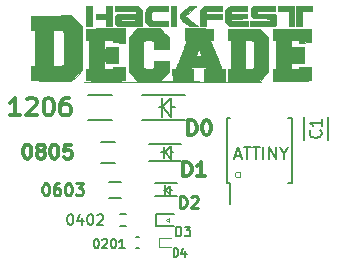
<source format=gto>
G04 #@! TF.FileFunction,Legend,Top*
%FSLAX46Y46*%
G04 Gerber Fmt 4.6, Leading zero omitted, Abs format (unit mm)*
G04 Created by KiCad (PCBNEW 4.0.7) date 09/05/18 21:08:50*
%MOMM*%
%LPD*%
G01*
G04 APERTURE LIST*
%ADD10C,0.100000*%
%ADD11C,0.150000*%
%ADD12C,0.200000*%
%ADD13C,0.250000*%
%ADD14C,0.300000*%
%ADD15C,0.010000*%
%ADD16C,0.175000*%
%ADD17C,0.312500*%
G04 APERTURE END LIST*
D10*
D11*
X202202143Y-103214714D02*
X202274715Y-103214714D01*
X202347286Y-103251000D01*
X202383572Y-103287286D01*
X202419858Y-103359857D01*
X202456143Y-103505000D01*
X202456143Y-103686429D01*
X202419858Y-103831571D01*
X202383572Y-103904143D01*
X202347286Y-103940429D01*
X202274715Y-103976714D01*
X202202143Y-103976714D01*
X202129572Y-103940429D01*
X202093286Y-103904143D01*
X202057001Y-103831571D01*
X202020715Y-103686429D01*
X202020715Y-103505000D01*
X202057001Y-103359857D01*
X202093286Y-103287286D01*
X202129572Y-103251000D01*
X202202143Y-103214714D01*
X202746429Y-103287286D02*
X202782715Y-103251000D01*
X202855286Y-103214714D01*
X203036715Y-103214714D01*
X203109286Y-103251000D01*
X203145572Y-103287286D01*
X203181857Y-103359857D01*
X203181857Y-103432429D01*
X203145572Y-103541286D01*
X202710143Y-103976714D01*
X203181857Y-103976714D01*
X203653571Y-103214714D02*
X203726143Y-103214714D01*
X203798714Y-103251000D01*
X203835000Y-103287286D01*
X203871286Y-103359857D01*
X203907571Y-103505000D01*
X203907571Y-103686429D01*
X203871286Y-103831571D01*
X203835000Y-103904143D01*
X203798714Y-103940429D01*
X203726143Y-103976714D01*
X203653571Y-103976714D01*
X203581000Y-103940429D01*
X203544714Y-103904143D01*
X203508429Y-103831571D01*
X203472143Y-103686429D01*
X203472143Y-103505000D01*
X203508429Y-103359857D01*
X203544714Y-103287286D01*
X203581000Y-103251000D01*
X203653571Y-103214714D01*
X204633285Y-103976714D02*
X204197857Y-103976714D01*
X204415571Y-103976714D02*
X204415571Y-103214714D01*
X204343000Y-103323571D01*
X204270428Y-103396143D01*
X204197857Y-103432429D01*
D12*
X199982666Y-101113167D02*
X200067333Y-101113167D01*
X200151999Y-101155500D01*
X200194333Y-101197833D01*
X200236666Y-101282500D01*
X200278999Y-101451833D01*
X200278999Y-101663500D01*
X200236666Y-101832833D01*
X200194333Y-101917500D01*
X200151999Y-101959833D01*
X200067333Y-102002167D01*
X199982666Y-102002167D01*
X199897999Y-101959833D01*
X199855666Y-101917500D01*
X199813333Y-101832833D01*
X199770999Y-101663500D01*
X199770999Y-101451833D01*
X199813333Y-101282500D01*
X199855666Y-101197833D01*
X199897999Y-101155500D01*
X199982666Y-101113167D01*
X201041000Y-101409500D02*
X201041000Y-102002167D01*
X200829333Y-101070833D02*
X200617666Y-101705833D01*
X201168000Y-101705833D01*
X201676000Y-101113167D02*
X201760667Y-101113167D01*
X201845333Y-101155500D01*
X201887667Y-101197833D01*
X201930000Y-101282500D01*
X201972333Y-101451833D01*
X201972333Y-101663500D01*
X201930000Y-101832833D01*
X201887667Y-101917500D01*
X201845333Y-101959833D01*
X201760667Y-102002167D01*
X201676000Y-102002167D01*
X201591333Y-101959833D01*
X201549000Y-101917500D01*
X201506667Y-101832833D01*
X201464333Y-101663500D01*
X201464333Y-101451833D01*
X201506667Y-101282500D01*
X201549000Y-101197833D01*
X201591333Y-101155500D01*
X201676000Y-101113167D01*
X202311000Y-101197833D02*
X202353334Y-101155500D01*
X202438000Y-101113167D01*
X202649667Y-101113167D01*
X202734334Y-101155500D01*
X202776667Y-101197833D01*
X202819000Y-101282500D01*
X202819000Y-101367167D01*
X202776667Y-101494167D01*
X202268667Y-102002167D01*
X202819000Y-102002167D01*
D13*
X197913809Y-98512381D02*
X198009048Y-98512381D01*
X198104286Y-98560000D01*
X198151905Y-98607619D01*
X198199524Y-98702857D01*
X198247143Y-98893333D01*
X198247143Y-99131429D01*
X198199524Y-99321905D01*
X198151905Y-99417143D01*
X198104286Y-99464762D01*
X198009048Y-99512381D01*
X197913809Y-99512381D01*
X197818571Y-99464762D01*
X197770952Y-99417143D01*
X197723333Y-99321905D01*
X197675714Y-99131429D01*
X197675714Y-98893333D01*
X197723333Y-98702857D01*
X197770952Y-98607619D01*
X197818571Y-98560000D01*
X197913809Y-98512381D01*
X199104286Y-98512381D02*
X198913809Y-98512381D01*
X198818571Y-98560000D01*
X198770952Y-98607619D01*
X198675714Y-98750476D01*
X198628095Y-98940952D01*
X198628095Y-99321905D01*
X198675714Y-99417143D01*
X198723333Y-99464762D01*
X198818571Y-99512381D01*
X199009048Y-99512381D01*
X199104286Y-99464762D01*
X199151905Y-99417143D01*
X199199524Y-99321905D01*
X199199524Y-99083810D01*
X199151905Y-98988571D01*
X199104286Y-98940952D01*
X199009048Y-98893333D01*
X198818571Y-98893333D01*
X198723333Y-98940952D01*
X198675714Y-98988571D01*
X198628095Y-99083810D01*
X199818571Y-98512381D02*
X199913810Y-98512381D01*
X200009048Y-98560000D01*
X200056667Y-98607619D01*
X200104286Y-98702857D01*
X200151905Y-98893333D01*
X200151905Y-99131429D01*
X200104286Y-99321905D01*
X200056667Y-99417143D01*
X200009048Y-99464762D01*
X199913810Y-99512381D01*
X199818571Y-99512381D01*
X199723333Y-99464762D01*
X199675714Y-99417143D01*
X199628095Y-99321905D01*
X199580476Y-99131429D01*
X199580476Y-98893333D01*
X199628095Y-98702857D01*
X199675714Y-98607619D01*
X199723333Y-98560000D01*
X199818571Y-98512381D01*
X200485238Y-98512381D02*
X201104286Y-98512381D01*
X200770952Y-98893333D01*
X200913810Y-98893333D01*
X201009048Y-98940952D01*
X201056667Y-98988571D01*
X201104286Y-99083810D01*
X201104286Y-99321905D01*
X201056667Y-99417143D01*
X201009048Y-99464762D01*
X200913810Y-99512381D01*
X200628095Y-99512381D01*
X200532857Y-99464762D01*
X200485238Y-99417143D01*
D14*
X196348572Y-95227857D02*
X196462857Y-95227857D01*
X196577143Y-95285000D01*
X196634286Y-95342143D01*
X196691429Y-95456429D01*
X196748572Y-95685000D01*
X196748572Y-95970714D01*
X196691429Y-96199286D01*
X196634286Y-96313571D01*
X196577143Y-96370714D01*
X196462857Y-96427857D01*
X196348572Y-96427857D01*
X196234286Y-96370714D01*
X196177143Y-96313571D01*
X196120000Y-96199286D01*
X196062857Y-95970714D01*
X196062857Y-95685000D01*
X196120000Y-95456429D01*
X196177143Y-95342143D01*
X196234286Y-95285000D01*
X196348572Y-95227857D01*
X197434286Y-95742143D02*
X197320000Y-95685000D01*
X197262857Y-95627857D01*
X197205714Y-95513571D01*
X197205714Y-95456429D01*
X197262857Y-95342143D01*
X197320000Y-95285000D01*
X197434286Y-95227857D01*
X197662857Y-95227857D01*
X197777143Y-95285000D01*
X197834286Y-95342143D01*
X197891429Y-95456429D01*
X197891429Y-95513571D01*
X197834286Y-95627857D01*
X197777143Y-95685000D01*
X197662857Y-95742143D01*
X197434286Y-95742143D01*
X197320000Y-95799286D01*
X197262857Y-95856429D01*
X197205714Y-95970714D01*
X197205714Y-96199286D01*
X197262857Y-96313571D01*
X197320000Y-96370714D01*
X197434286Y-96427857D01*
X197662857Y-96427857D01*
X197777143Y-96370714D01*
X197834286Y-96313571D01*
X197891429Y-96199286D01*
X197891429Y-95970714D01*
X197834286Y-95856429D01*
X197777143Y-95799286D01*
X197662857Y-95742143D01*
X198634286Y-95227857D02*
X198748571Y-95227857D01*
X198862857Y-95285000D01*
X198920000Y-95342143D01*
X198977143Y-95456429D01*
X199034286Y-95685000D01*
X199034286Y-95970714D01*
X198977143Y-96199286D01*
X198920000Y-96313571D01*
X198862857Y-96370714D01*
X198748571Y-96427857D01*
X198634286Y-96427857D01*
X198520000Y-96370714D01*
X198462857Y-96313571D01*
X198405714Y-96199286D01*
X198348571Y-95970714D01*
X198348571Y-95685000D01*
X198405714Y-95456429D01*
X198462857Y-95342143D01*
X198520000Y-95285000D01*
X198634286Y-95227857D01*
X200120000Y-95227857D02*
X199548571Y-95227857D01*
X199491428Y-95799286D01*
X199548571Y-95742143D01*
X199662857Y-95685000D01*
X199948571Y-95685000D01*
X200062857Y-95742143D01*
X200120000Y-95799286D01*
X200177143Y-95913571D01*
X200177143Y-96199286D01*
X200120000Y-96313571D01*
X200062857Y-96370714D01*
X199948571Y-96427857D01*
X199662857Y-96427857D01*
X199548571Y-96370714D01*
X199491428Y-96313571D01*
X195770715Y-92753571D02*
X194913572Y-92753571D01*
X195342144Y-92753571D02*
X195342144Y-91253571D01*
X195199287Y-91467857D01*
X195056429Y-91610714D01*
X194913572Y-91682143D01*
X196342143Y-91396429D02*
X196413572Y-91325000D01*
X196556429Y-91253571D01*
X196913572Y-91253571D01*
X197056429Y-91325000D01*
X197127858Y-91396429D01*
X197199286Y-91539286D01*
X197199286Y-91682143D01*
X197127858Y-91896429D01*
X196270715Y-92753571D01*
X197199286Y-92753571D01*
X198127857Y-91253571D02*
X198270714Y-91253571D01*
X198413571Y-91325000D01*
X198485000Y-91396429D01*
X198556429Y-91539286D01*
X198627857Y-91825000D01*
X198627857Y-92182143D01*
X198556429Y-92467857D01*
X198485000Y-92610714D01*
X198413571Y-92682143D01*
X198270714Y-92753571D01*
X198127857Y-92753571D01*
X197985000Y-92682143D01*
X197913571Y-92610714D01*
X197842143Y-92467857D01*
X197770714Y-92182143D01*
X197770714Y-91825000D01*
X197842143Y-91539286D01*
X197913571Y-91396429D01*
X197985000Y-91325000D01*
X198127857Y-91253571D01*
X199913571Y-91253571D02*
X199627857Y-91253571D01*
X199485000Y-91325000D01*
X199413571Y-91396429D01*
X199270714Y-91610714D01*
X199199285Y-91896429D01*
X199199285Y-92467857D01*
X199270714Y-92610714D01*
X199342142Y-92682143D01*
X199485000Y-92753571D01*
X199770714Y-92753571D01*
X199913571Y-92682143D01*
X199985000Y-92610714D01*
X200056428Y-92467857D01*
X200056428Y-92110714D01*
X199985000Y-91967857D01*
X199913571Y-91896429D01*
X199770714Y-91825000D01*
X199485000Y-91825000D01*
X199342142Y-91896429D01*
X199270714Y-91967857D01*
X199199285Y-92110714D01*
D10*
X208580000Y-103905000D02*
X207580000Y-103905000D01*
X207580000Y-103905000D02*
X207580000Y-103105000D01*
X207580000Y-103105000D02*
X208580000Y-103105000D01*
D11*
X208780000Y-102100000D02*
X207280000Y-102100000D01*
X207280000Y-102100000D02*
X207280000Y-101100000D01*
X207280000Y-101100000D02*
X208780000Y-101100000D01*
D10*
X208380000Y-101750000D02*
X208380000Y-101450000D01*
X208180000Y-101600000D02*
X208380000Y-101750000D01*
X208180000Y-101600000D02*
X208380000Y-101450000D01*
D11*
X207780000Y-92775000D02*
X207780000Y-92875000D01*
X207780000Y-91375000D02*
X207780000Y-91275000D01*
X208580000Y-92075000D02*
X208880000Y-92075000D01*
X208580000Y-92875000D02*
X208580000Y-91375000D01*
X208580000Y-91375000D02*
X208580000Y-91275000D01*
X208480000Y-92775000D02*
X208580000Y-92875000D01*
X208480000Y-91375000D02*
X208580000Y-91275000D01*
X207580000Y-92075000D02*
X207780000Y-92075000D01*
X207780000Y-92575000D02*
X207780000Y-92775000D01*
X207780000Y-91575000D02*
X207780000Y-91375000D01*
X207880000Y-92075000D02*
X208480000Y-92775000D01*
X208480000Y-91375000D02*
X207880000Y-91975000D01*
X206130000Y-93125000D02*
X209730000Y-93125000D01*
X206130000Y-91025000D02*
X209730000Y-91025000D01*
X207780000Y-91575000D02*
X207780000Y-92575000D01*
X219828000Y-92853000D02*
X219828000Y-94853000D01*
X221878000Y-94853000D02*
X221878000Y-92853000D01*
X208580000Y-95885000D02*
X208730000Y-95885000D01*
X207730000Y-95885000D02*
X208080000Y-95885000D01*
X208030000Y-95885000D02*
X208580000Y-95335000D01*
X208580000Y-95335000D02*
X208580000Y-96435000D01*
X208580000Y-96435000D02*
X208030000Y-95885000D01*
X207930000Y-95535000D02*
X207930000Y-95385000D01*
X207930000Y-96235000D02*
X207930000Y-96385000D01*
X206680000Y-96635000D02*
X209380000Y-96635000D01*
X206680000Y-95135000D02*
X209380000Y-95135000D01*
X207930000Y-95535000D02*
X207930000Y-96235000D01*
X208480000Y-99060000D02*
X208630000Y-99060000D01*
X207930000Y-99060000D02*
X208130000Y-99060000D01*
X208180000Y-99060000D02*
X208480000Y-98710000D01*
X208480000Y-98710000D02*
X208480000Y-99410000D01*
X208480000Y-99410000D02*
X208080000Y-99060000D01*
X208080000Y-99060000D02*
X208130000Y-99060000D01*
X208080000Y-98660000D02*
X208080000Y-99410000D01*
X207180000Y-99610000D02*
X209080000Y-99610000D01*
X207180000Y-98510000D02*
X209080000Y-98510000D01*
D10*
X214503000Y-97790000D02*
G75*
G03X214503000Y-97790000I-254000J0D01*
G01*
D11*
X213272000Y-98508000D02*
X213572000Y-98508000D01*
X213272000Y-93008000D02*
X213572000Y-93008000D01*
X218782000Y-93008000D02*
X218482000Y-93008000D01*
X218782000Y-98508000D02*
X218482000Y-98508000D01*
X213272000Y-98508000D02*
X213272000Y-93008000D01*
X218782000Y-98508000D02*
X218782000Y-93008000D01*
X213572000Y-98508000D02*
X213572000Y-100258000D01*
X201565000Y-91000000D02*
X203565000Y-91000000D01*
X203565000Y-93150000D02*
X201565000Y-93150000D01*
X202600000Y-95010000D02*
X203800000Y-95010000D01*
X203800000Y-96760000D02*
X202600000Y-96760000D01*
X203335000Y-98385000D02*
X204335000Y-98385000D01*
X204335000Y-99735000D02*
X203335000Y-99735000D01*
X204220000Y-102125000D02*
X204720000Y-102125000D01*
X204720000Y-101075000D02*
X204220000Y-101075000D01*
X205625000Y-103945000D02*
X205855000Y-103945000D01*
X205855000Y-103065000D02*
X205625000Y-103065000D01*
D15*
G36*
X209756631Y-89879852D02*
X210599872Y-89880020D01*
X211427275Y-89880283D01*
X212231911Y-89880640D01*
X213006846Y-89881091D01*
X213745152Y-89881636D01*
X214439896Y-89882275D01*
X214723579Y-89882579D01*
X215080499Y-89883007D01*
X215384662Y-89883427D01*
X215636787Y-89883840D01*
X215837591Y-89884244D01*
X215987792Y-89884639D01*
X216088107Y-89885024D01*
X216139253Y-89885398D01*
X216141950Y-89885761D01*
X216096913Y-89886111D01*
X216004861Y-89886448D01*
X215866511Y-89886770D01*
X215682580Y-89887078D01*
X215453787Y-89887371D01*
X215180849Y-89887647D01*
X214864484Y-89887905D01*
X214505409Y-89888146D01*
X214104341Y-89888367D01*
X213661999Y-89888569D01*
X213179099Y-89888751D01*
X212656360Y-89888911D01*
X212094499Y-89889049D01*
X211494233Y-89889164D01*
X210856281Y-89889256D01*
X210181360Y-89889323D01*
X209470187Y-89889364D01*
X208723480Y-89889380D01*
X208661000Y-89889380D01*
X207911425Y-89889367D01*
X207197325Y-89889327D01*
X206519419Y-89889262D01*
X205878423Y-89889173D01*
X205275055Y-89889059D01*
X204710033Y-89888923D01*
X204184075Y-89888765D01*
X203697897Y-89888585D01*
X203252218Y-89888385D01*
X202847756Y-89888165D01*
X202485227Y-89887926D01*
X202165349Y-89887668D01*
X201888840Y-89887394D01*
X201656418Y-89887103D01*
X201468800Y-89886796D01*
X201326704Y-89886474D01*
X201230847Y-89886139D01*
X201181946Y-89885790D01*
X201180721Y-89885428D01*
X201227887Y-89885055D01*
X201324163Y-89884671D01*
X201470266Y-89884276D01*
X201666913Y-89883873D01*
X201914824Y-89883461D01*
X202214714Y-89883041D01*
X202567301Y-89882615D01*
X202598421Y-89882579D01*
X203272298Y-89881899D01*
X203992717Y-89881314D01*
X204752748Y-89880822D01*
X205545459Y-89880425D01*
X206363919Y-89880122D01*
X207201197Y-89879913D01*
X208050363Y-89879798D01*
X208904485Y-89879778D01*
X209756631Y-89879852D01*
X209756631Y-89879852D01*
G37*
X209756631Y-89879852D02*
X210599872Y-89880020D01*
X211427275Y-89880283D01*
X212231911Y-89880640D01*
X213006846Y-89881091D01*
X213745152Y-89881636D01*
X214439896Y-89882275D01*
X214723579Y-89882579D01*
X215080499Y-89883007D01*
X215384662Y-89883427D01*
X215636787Y-89883840D01*
X215837591Y-89884244D01*
X215987792Y-89884639D01*
X216088107Y-89885024D01*
X216139253Y-89885398D01*
X216141950Y-89885761D01*
X216096913Y-89886111D01*
X216004861Y-89886448D01*
X215866511Y-89886770D01*
X215682580Y-89887078D01*
X215453787Y-89887371D01*
X215180849Y-89887647D01*
X214864484Y-89887905D01*
X214505409Y-89888146D01*
X214104341Y-89888367D01*
X213661999Y-89888569D01*
X213179099Y-89888751D01*
X212656360Y-89888911D01*
X212094499Y-89889049D01*
X211494233Y-89889164D01*
X210856281Y-89889256D01*
X210181360Y-89889323D01*
X209470187Y-89889364D01*
X208723480Y-89889380D01*
X208661000Y-89889380D01*
X207911425Y-89889367D01*
X207197325Y-89889327D01*
X206519419Y-89889262D01*
X205878423Y-89889173D01*
X205275055Y-89889059D01*
X204710033Y-89888923D01*
X204184075Y-89888765D01*
X203697897Y-89888585D01*
X203252218Y-89888385D01*
X202847756Y-89888165D01*
X202485227Y-89887926D01*
X202165349Y-89887668D01*
X201888840Y-89887394D01*
X201656418Y-89887103D01*
X201468800Y-89886796D01*
X201326704Y-89886474D01*
X201230847Y-89886139D01*
X201181946Y-89885790D01*
X201180721Y-89885428D01*
X201227887Y-89885055D01*
X201324163Y-89884671D01*
X201470266Y-89884276D01*
X201666913Y-89883873D01*
X201914824Y-89883461D01*
X202214714Y-89883041D01*
X202567301Y-89882615D01*
X202598421Y-89882579D01*
X203272298Y-89881899D01*
X203992717Y-89881314D01*
X204752748Y-89880822D01*
X205545459Y-89880425D01*
X206363919Y-89880122D01*
X207201197Y-89879913D01*
X208050363Y-89879798D01*
X208904485Y-89879778D01*
X209756631Y-89879852D01*
G36*
X200568891Y-84730036D02*
X201014263Y-85172571D01*
X201014263Y-88927327D01*
X200566134Y-89374874D01*
X200118006Y-89822421D01*
X199677134Y-89816005D01*
X199556888Y-89814503D01*
X199391097Y-89812798D01*
X199187690Y-89810955D01*
X198954598Y-89809036D01*
X198699747Y-89807106D01*
X198431069Y-89805227D01*
X198156490Y-89803462D01*
X197972947Y-89802375D01*
X196709632Y-89795161D01*
X196709632Y-88565790D01*
X197030474Y-88565790D01*
X197030474Y-85544527D01*
X198581211Y-85544527D01*
X198581211Y-88565790D01*
X199287482Y-88565790D01*
X199388873Y-88466785D01*
X199490263Y-88367779D01*
X199490263Y-85733545D01*
X199324303Y-85544527D01*
X198581211Y-85544527D01*
X197030474Y-85544527D01*
X196708646Y-85544527D01*
X196723000Y-84301263D01*
X198423259Y-84294383D01*
X200123518Y-84287502D01*
X200568891Y-84730036D01*
X200568891Y-84730036D01*
G37*
X200568891Y-84730036D02*
X201014263Y-85172571D01*
X201014263Y-88927327D01*
X200566134Y-89374874D01*
X200118006Y-89822421D01*
X199677134Y-89816005D01*
X199556888Y-89814503D01*
X199391097Y-89812798D01*
X199187690Y-89810955D01*
X198954598Y-89809036D01*
X198699747Y-89807106D01*
X198431069Y-89805227D01*
X198156490Y-89803462D01*
X197972947Y-89802375D01*
X196709632Y-89795161D01*
X196709632Y-88565790D01*
X197030474Y-88565790D01*
X197030474Y-85544527D01*
X198581211Y-85544527D01*
X198581211Y-88565790D01*
X199287482Y-88565790D01*
X199388873Y-88466785D01*
X199490263Y-88367779D01*
X199490263Y-85733545D01*
X199324303Y-85544527D01*
X198581211Y-85544527D01*
X197030474Y-85544527D01*
X196708646Y-85544527D01*
X196723000Y-84301263D01*
X198423259Y-84294383D01*
X200123518Y-84287502D01*
X200568891Y-84730036D01*
G36*
X204650474Y-86588443D02*
X203647842Y-86573895D01*
X203648101Y-86487000D01*
X203648359Y-86400106D01*
X202885842Y-86400106D01*
X202885842Y-87095263D01*
X202966053Y-87095263D01*
X203022866Y-87088638D01*
X203043806Y-87057388D01*
X203046263Y-87015053D01*
X203046263Y-86934842D01*
X204062263Y-86934842D01*
X204062263Y-88271684D01*
X203046263Y-88271684D01*
X203046263Y-88191474D01*
X203039638Y-88134661D01*
X203008387Y-88113721D01*
X202966053Y-88111263D01*
X202885842Y-88111263D01*
X202885842Y-88806421D01*
X203648359Y-88806421D01*
X203648101Y-88719527D01*
X203647842Y-88632632D01*
X204149158Y-88625358D01*
X204650474Y-88618083D01*
X204650474Y-89787169D01*
X204068947Y-89804729D01*
X203884257Y-89809748D01*
X203705163Y-89813595D01*
X203542994Y-89816106D01*
X203409081Y-89817113D01*
X203314753Y-89816448D01*
X203300263Y-89816055D01*
X203226932Y-89814278D01*
X203108390Y-89812214D01*
X202952899Y-89809970D01*
X202768720Y-89807656D01*
X202564115Y-89805377D01*
X202347345Y-89803243D01*
X202250842Y-89802382D01*
X201388579Y-89794944D01*
X201388579Y-88806421D01*
X201655947Y-88806421D01*
X201655947Y-86400106D01*
X201387399Y-86400106D01*
X201401947Y-85397474D01*
X203026211Y-85390583D01*
X204650474Y-85383691D01*
X204650474Y-86588443D01*
X204650474Y-86588443D01*
G37*
X204650474Y-86588443D02*
X203647842Y-86573895D01*
X203648101Y-86487000D01*
X203648359Y-86400106D01*
X202885842Y-86400106D01*
X202885842Y-87095263D01*
X202966053Y-87095263D01*
X203022866Y-87088638D01*
X203043806Y-87057388D01*
X203046263Y-87015053D01*
X203046263Y-86934842D01*
X204062263Y-86934842D01*
X204062263Y-88271684D01*
X203046263Y-88271684D01*
X203046263Y-88191474D01*
X203039638Y-88134661D01*
X203008387Y-88113721D01*
X202966053Y-88111263D01*
X202885842Y-88111263D01*
X202885842Y-88806421D01*
X203648359Y-88806421D01*
X203648101Y-88719527D01*
X203647842Y-88632632D01*
X204149158Y-88625358D01*
X204650474Y-88618083D01*
X204650474Y-89787169D01*
X204068947Y-89804729D01*
X203884257Y-89809748D01*
X203705163Y-89813595D01*
X203542994Y-89816106D01*
X203409081Y-89817113D01*
X203314753Y-89816448D01*
X203300263Y-89816055D01*
X203226932Y-89814278D01*
X203108390Y-89812214D01*
X202952899Y-89809970D01*
X202768720Y-89807656D01*
X202564115Y-89805377D01*
X202347345Y-89803243D01*
X202250842Y-89802382D01*
X201388579Y-89794944D01*
X201388579Y-88806421D01*
X201655947Y-88806421D01*
X201655947Y-86400106D01*
X201387399Y-86400106D01*
X201401947Y-85397474D01*
X203026211Y-85390583D01*
X204650474Y-85383691D01*
X204650474Y-86588443D01*
G36*
X210913579Y-85390512D02*
X212096684Y-85397474D01*
X212103958Y-85898790D01*
X212111233Y-86400106D01*
X211990989Y-86400106D01*
X211941443Y-86399030D01*
X211908103Y-86400850D01*
X211891528Y-86413133D01*
X211892281Y-86443449D01*
X211910921Y-86499366D01*
X211948010Y-86588452D01*
X212004109Y-86718277D01*
X212016753Y-86747684D01*
X212063673Y-86858806D01*
X212105241Y-86960405D01*
X212134764Y-87036008D01*
X212141660Y-87055158D01*
X212162970Y-87112401D01*
X212199390Y-87205091D01*
X212245402Y-87319341D01*
X212285069Y-87416106D01*
X212386298Y-87663170D01*
X212498291Y-87940156D01*
X212612952Y-88226948D01*
X212699409Y-88445474D01*
X212754437Y-88586024D01*
X212794156Y-88684675D01*
X212824105Y-88748773D01*
X212849821Y-88785663D01*
X212876839Y-88802689D01*
X212910697Y-88807198D01*
X212956932Y-88806535D01*
X212971493Y-88806421D01*
X213099316Y-88806421D01*
X213099316Y-89822421D01*
X211388158Y-89822421D01*
X211388158Y-88806421D01*
X211455000Y-88806421D01*
X211505079Y-88798947D01*
X211519083Y-88769680D01*
X211500098Y-88708352D01*
X211490814Y-88687364D01*
X211459785Y-88619263D01*
X210890813Y-88619263D01*
X210722040Y-88620164D01*
X210572106Y-88622682D01*
X210448975Y-88626543D01*
X210360613Y-88631470D01*
X210314984Y-88637189D01*
X210310590Y-88639316D01*
X210296560Y-88678094D01*
X210281766Y-88732895D01*
X210274958Y-88785517D01*
X210297795Y-88804420D01*
X210331543Y-88806421D01*
X210398895Y-88806421D01*
X210398895Y-89822421D01*
X209561140Y-89822421D01*
X209354597Y-89821873D01*
X209165426Y-89820318D01*
X209000207Y-89817894D01*
X208865516Y-89814738D01*
X208767930Y-89810987D01*
X208714028Y-89806778D01*
X208705561Y-89804597D01*
X208699895Y-89773387D01*
X208694972Y-89697474D01*
X208691099Y-89585630D01*
X208688586Y-89446622D01*
X208687737Y-89296597D01*
X208687737Y-88806421D01*
X208821994Y-88806421D01*
X208905112Y-88802823D01*
X208950994Y-88787960D01*
X208975629Y-88755727D01*
X208979567Y-88746263D01*
X209064826Y-88528074D01*
X209140008Y-88339289D01*
X209201340Y-88189364D01*
X209211670Y-88164737D01*
X209249949Y-88071577D01*
X209298682Y-87949625D01*
X209349421Y-87820111D01*
X209367680Y-87772780D01*
X209378922Y-87743869D01*
X210639466Y-87743869D01*
X210664223Y-87745807D01*
X210730816Y-87745747D01*
X210827652Y-87743783D01*
X210893466Y-87741797D01*
X211002623Y-87736463D01*
X211088288Y-87729091D01*
X211138855Y-87720854D01*
X211147526Y-87716128D01*
X211137715Y-87684347D01*
X211111616Y-87617927D01*
X211074229Y-87528285D01*
X211030556Y-87426838D01*
X210985597Y-87325004D01*
X210944352Y-87234200D01*
X210911822Y-87165844D01*
X210893008Y-87131354D01*
X210890559Y-87129424D01*
X210878404Y-87155311D01*
X210851195Y-87219077D01*
X210813742Y-87308954D01*
X210770854Y-87413171D01*
X210727341Y-87519961D01*
X210688011Y-87617555D01*
X210657674Y-87694183D01*
X210641139Y-87738077D01*
X210639466Y-87743869D01*
X209378922Y-87743869D01*
X209413195Y-87655731D01*
X209456319Y-87547505D01*
X209490406Y-87464674D01*
X209501711Y-87438569D01*
X209530604Y-87370660D01*
X209574883Y-87262206D01*
X209630813Y-87122601D01*
X209694657Y-86961238D01*
X209762680Y-86787510D01*
X209831146Y-86610810D01*
X209837638Y-86593948D01*
X209912229Y-86400106D01*
X209730474Y-86400106D01*
X209730474Y-85383549D01*
X210913579Y-85390512D01*
X210913579Y-85390512D01*
G37*
X210913579Y-85390512D02*
X212096684Y-85397474D01*
X212103958Y-85898790D01*
X212111233Y-86400106D01*
X211990989Y-86400106D01*
X211941443Y-86399030D01*
X211908103Y-86400850D01*
X211891528Y-86413133D01*
X211892281Y-86443449D01*
X211910921Y-86499366D01*
X211948010Y-86588452D01*
X212004109Y-86718277D01*
X212016753Y-86747684D01*
X212063673Y-86858806D01*
X212105241Y-86960405D01*
X212134764Y-87036008D01*
X212141660Y-87055158D01*
X212162970Y-87112401D01*
X212199390Y-87205091D01*
X212245402Y-87319341D01*
X212285069Y-87416106D01*
X212386298Y-87663170D01*
X212498291Y-87940156D01*
X212612952Y-88226948D01*
X212699409Y-88445474D01*
X212754437Y-88586024D01*
X212794156Y-88684675D01*
X212824105Y-88748773D01*
X212849821Y-88785663D01*
X212876839Y-88802689D01*
X212910697Y-88807198D01*
X212956932Y-88806535D01*
X212971493Y-88806421D01*
X213099316Y-88806421D01*
X213099316Y-89822421D01*
X211388158Y-89822421D01*
X211388158Y-88806421D01*
X211455000Y-88806421D01*
X211505079Y-88798947D01*
X211519083Y-88769680D01*
X211500098Y-88708352D01*
X211490814Y-88687364D01*
X211459785Y-88619263D01*
X210890813Y-88619263D01*
X210722040Y-88620164D01*
X210572106Y-88622682D01*
X210448975Y-88626543D01*
X210360613Y-88631470D01*
X210314984Y-88637189D01*
X210310590Y-88639316D01*
X210296560Y-88678094D01*
X210281766Y-88732895D01*
X210274958Y-88785517D01*
X210297795Y-88804420D01*
X210331543Y-88806421D01*
X210398895Y-88806421D01*
X210398895Y-89822421D01*
X209561140Y-89822421D01*
X209354597Y-89821873D01*
X209165426Y-89820318D01*
X209000207Y-89817894D01*
X208865516Y-89814738D01*
X208767930Y-89810987D01*
X208714028Y-89806778D01*
X208705561Y-89804597D01*
X208699895Y-89773387D01*
X208694972Y-89697474D01*
X208691099Y-89585630D01*
X208688586Y-89446622D01*
X208687737Y-89296597D01*
X208687737Y-88806421D01*
X208821994Y-88806421D01*
X208905112Y-88802823D01*
X208950994Y-88787960D01*
X208975629Y-88755727D01*
X208979567Y-88746263D01*
X209064826Y-88528074D01*
X209140008Y-88339289D01*
X209201340Y-88189364D01*
X209211670Y-88164737D01*
X209249949Y-88071577D01*
X209298682Y-87949625D01*
X209349421Y-87820111D01*
X209367680Y-87772780D01*
X209378922Y-87743869D01*
X210639466Y-87743869D01*
X210664223Y-87745807D01*
X210730816Y-87745747D01*
X210827652Y-87743783D01*
X210893466Y-87741797D01*
X211002623Y-87736463D01*
X211088288Y-87729091D01*
X211138855Y-87720854D01*
X211147526Y-87716128D01*
X211137715Y-87684347D01*
X211111616Y-87617927D01*
X211074229Y-87528285D01*
X211030556Y-87426838D01*
X210985597Y-87325004D01*
X210944352Y-87234200D01*
X210911822Y-87165844D01*
X210893008Y-87131354D01*
X210890559Y-87129424D01*
X210878404Y-87155311D01*
X210851195Y-87219077D01*
X210813742Y-87308954D01*
X210770854Y-87413171D01*
X210727341Y-87519961D01*
X210688011Y-87617555D01*
X210657674Y-87694183D01*
X210641139Y-87738077D01*
X210639466Y-87743869D01*
X209378922Y-87743869D01*
X209413195Y-87655731D01*
X209456319Y-87547505D01*
X209490406Y-87464674D01*
X209501711Y-87438569D01*
X209530604Y-87370660D01*
X209574883Y-87262206D01*
X209630813Y-87122601D01*
X209694657Y-86961238D01*
X209762680Y-86787510D01*
X209831146Y-86610810D01*
X209837638Y-86593948D01*
X209912229Y-86400106D01*
X209730474Y-86400106D01*
X209730474Y-85383549D01*
X210913579Y-85390512D01*
G36*
X220438579Y-86573895D02*
X219435947Y-86588443D01*
X219435947Y-86400106D01*
X218687316Y-86400106D01*
X218687316Y-87095263D01*
X218754158Y-87095263D01*
X218801928Y-87086631D01*
X218819404Y-87049933D01*
X218821000Y-87015053D01*
X218821000Y-86934842D01*
X219837000Y-86934842D01*
X219837000Y-88271684D01*
X218821000Y-88271684D01*
X218821000Y-88191474D01*
X218813806Y-88134150D01*
X218783225Y-88113179D01*
X218754158Y-88111263D01*
X218687316Y-88111263D01*
X218687316Y-88806421D01*
X219435947Y-88806421D01*
X219435947Y-88619263D01*
X220425211Y-88619263D01*
X220425211Y-89787287D01*
X219979782Y-89804854D01*
X219849026Y-89808982D01*
X219684544Y-89812540D01*
X219492304Y-89815529D01*
X219278276Y-89817949D01*
X219048432Y-89819800D01*
X218808741Y-89821084D01*
X218565172Y-89821800D01*
X218323695Y-89821950D01*
X218090281Y-89821533D01*
X217870899Y-89820551D01*
X217671520Y-89819004D01*
X217498113Y-89816892D01*
X217356648Y-89814216D01*
X217253095Y-89810977D01*
X217193424Y-89807175D01*
X217181140Y-89804597D01*
X217175474Y-89773387D01*
X217170550Y-89697474D01*
X217166678Y-89585630D01*
X217164165Y-89446622D01*
X217163316Y-89296597D01*
X217163316Y-88806421D01*
X217430684Y-88806421D01*
X217430684Y-86403035D01*
X217176684Y-86386737D01*
X217176684Y-85397474D01*
X220438579Y-85397474D01*
X220438579Y-86573895D01*
X220438579Y-86573895D01*
G37*
X220438579Y-86573895D02*
X219435947Y-86588443D01*
X219435947Y-86400106D01*
X218687316Y-86400106D01*
X218687316Y-87095263D01*
X218754158Y-87095263D01*
X218801928Y-87086631D01*
X218819404Y-87049933D01*
X218821000Y-87015053D01*
X218821000Y-86934842D01*
X219837000Y-86934842D01*
X219837000Y-88271684D01*
X218821000Y-88271684D01*
X218821000Y-88191474D01*
X218813806Y-88134150D01*
X218783225Y-88113179D01*
X218754158Y-88111263D01*
X218687316Y-88111263D01*
X218687316Y-88806421D01*
X219435947Y-88806421D01*
X219435947Y-88619263D01*
X220425211Y-88619263D01*
X220425211Y-89787287D01*
X219979782Y-89804854D01*
X219849026Y-89808982D01*
X219684544Y-89812540D01*
X219492304Y-89815529D01*
X219278276Y-89817949D01*
X219048432Y-89819800D01*
X218808741Y-89821084D01*
X218565172Y-89821800D01*
X218323695Y-89821950D01*
X218090281Y-89821533D01*
X217870899Y-89820551D01*
X217671520Y-89819004D01*
X217498113Y-89816892D01*
X217356648Y-89814216D01*
X217253095Y-89810977D01*
X217193424Y-89807175D01*
X217181140Y-89804597D01*
X217175474Y-89773387D01*
X217170550Y-89697474D01*
X217166678Y-89585630D01*
X217164165Y-89446622D01*
X217163316Y-89296597D01*
X217163316Y-88806421D01*
X217430684Y-88806421D01*
X217430684Y-86403035D01*
X217176684Y-86386737D01*
X217176684Y-85397474D01*
X220438579Y-85397474D01*
X220438579Y-86573895D01*
G36*
X207999621Y-85752083D02*
X208366895Y-86120061D01*
X208366895Y-87095263D01*
X207137000Y-87095263D01*
X207137000Y-86819529D01*
X207136317Y-86694788D01*
X207132507Y-86611263D01*
X207122924Y-86556698D01*
X207104925Y-86518835D01*
X207075865Y-86485420D01*
X207062011Y-86471950D01*
X207026887Y-86440771D01*
X206991504Y-86420225D01*
X206944253Y-86408101D01*
X206873523Y-86402184D01*
X206767704Y-86400262D01*
X206685138Y-86400106D01*
X206548802Y-86401304D01*
X206454056Y-86406049D01*
X206389048Y-86416068D01*
X206341927Y-86433088D01*
X206305601Y-86455400D01*
X206227947Y-86510694D01*
X206227947Y-88662733D01*
X206302937Y-88734577D01*
X206337896Y-88765638D01*
X206373094Y-88786152D01*
X206420065Y-88798303D01*
X206490341Y-88804274D01*
X206595457Y-88806247D01*
X206682474Y-88806421D01*
X206814766Y-88805822D01*
X206905121Y-88802570D01*
X206965071Y-88794482D01*
X207006150Y-88779373D01*
X207039892Y-88755062D01*
X207062011Y-88734577D01*
X207096484Y-88698791D01*
X207118362Y-88662891D01*
X207130499Y-88614145D01*
X207135755Y-88539818D01*
X207136985Y-88427176D01*
X207137000Y-88400366D01*
X207137000Y-88138000D01*
X208366895Y-88138000D01*
X208366895Y-89087901D01*
X208012273Y-89441793D01*
X207657651Y-89795684D01*
X205705836Y-89795684D01*
X205351944Y-89441063D01*
X204998053Y-89086441D01*
X204998053Y-86098116D01*
X205358584Y-85741111D01*
X205719116Y-85384106D01*
X207632348Y-85384106D01*
X207999621Y-85752083D01*
X207999621Y-85752083D01*
G37*
X207999621Y-85752083D02*
X208366895Y-86120061D01*
X208366895Y-87095263D01*
X207137000Y-87095263D01*
X207137000Y-86819529D01*
X207136317Y-86694788D01*
X207132507Y-86611263D01*
X207122924Y-86556698D01*
X207104925Y-86518835D01*
X207075865Y-86485420D01*
X207062011Y-86471950D01*
X207026887Y-86440771D01*
X206991504Y-86420225D01*
X206944253Y-86408101D01*
X206873523Y-86402184D01*
X206767704Y-86400262D01*
X206685138Y-86400106D01*
X206548802Y-86401304D01*
X206454056Y-86406049D01*
X206389048Y-86416068D01*
X206341927Y-86433088D01*
X206305601Y-86455400D01*
X206227947Y-86510694D01*
X206227947Y-88662733D01*
X206302937Y-88734577D01*
X206337896Y-88765638D01*
X206373094Y-88786152D01*
X206420065Y-88798303D01*
X206490341Y-88804274D01*
X206595457Y-88806247D01*
X206682474Y-88806421D01*
X206814766Y-88805822D01*
X206905121Y-88802570D01*
X206965071Y-88794482D01*
X207006150Y-88779373D01*
X207039892Y-88755062D01*
X207062011Y-88734577D01*
X207096484Y-88698791D01*
X207118362Y-88662891D01*
X207130499Y-88614145D01*
X207135755Y-88539818D01*
X207136985Y-88427176D01*
X207137000Y-88400366D01*
X207137000Y-88138000D01*
X208366895Y-88138000D01*
X208366895Y-89087901D01*
X208012273Y-89441793D01*
X207657651Y-89795684D01*
X205705836Y-89795684D01*
X205351944Y-89441063D01*
X204998053Y-89086441D01*
X204998053Y-86098116D01*
X205358584Y-85741111D01*
X205719116Y-85384106D01*
X207632348Y-85384106D01*
X207999621Y-85752083D01*
G36*
X216133947Y-85416476D02*
X216815737Y-86091860D01*
X216815737Y-89114667D01*
X216474470Y-89455175D01*
X216133204Y-89795684D01*
X213393421Y-89795684D01*
X213393421Y-89425100D01*
X213392178Y-89277330D01*
X213388781Y-89137470D01*
X213383723Y-89019929D01*
X213377501Y-88939117D01*
X213376418Y-88930469D01*
X213359416Y-88806421D01*
X213660789Y-88806421D01*
X213660789Y-86400106D01*
X214863947Y-86400106D01*
X214863947Y-88806421D01*
X215153050Y-88806421D01*
X215281113Y-88805828D01*
X215367530Y-88802410D01*
X215424128Y-88793708D01*
X215462732Y-88777266D01*
X215495169Y-88750625D01*
X215514030Y-88731399D01*
X215585906Y-88656376D01*
X215602864Y-87607010D01*
X215619821Y-86557644D01*
X215544356Y-86478875D01*
X215509992Y-86444845D01*
X215477038Y-86422373D01*
X215433992Y-86409061D01*
X215369347Y-86402510D01*
X215271600Y-86400324D01*
X215166419Y-86400106D01*
X214863947Y-86400106D01*
X213660789Y-86400106D01*
X213513147Y-86400106D01*
X213365504Y-86400105D01*
X213372778Y-85898790D01*
X213380053Y-85397474D01*
X216133947Y-85416476D01*
X216133947Y-85416476D01*
G37*
X216133947Y-85416476D02*
X216815737Y-86091860D01*
X216815737Y-89114667D01*
X216474470Y-89455175D01*
X216133204Y-89795684D01*
X213393421Y-89795684D01*
X213393421Y-89425100D01*
X213392178Y-89277330D01*
X213388781Y-89137470D01*
X213383723Y-89019929D01*
X213377501Y-88939117D01*
X213376418Y-88930469D01*
X213359416Y-88806421D01*
X213660789Y-88806421D01*
X213660789Y-86400106D01*
X214863947Y-86400106D01*
X214863947Y-88806421D01*
X215153050Y-88806421D01*
X215281113Y-88805828D01*
X215367530Y-88802410D01*
X215424128Y-88793708D01*
X215462732Y-88777266D01*
X215495169Y-88750625D01*
X215514030Y-88731399D01*
X215585906Y-88656376D01*
X215602864Y-87607010D01*
X215619821Y-86557644D01*
X215544356Y-86478875D01*
X215509992Y-86444845D01*
X215477038Y-86422373D01*
X215433992Y-86409061D01*
X215369347Y-86402510D01*
X215271600Y-86400324D01*
X215166419Y-86400106D01*
X214863947Y-86400106D01*
X213660789Y-86400106D01*
X213513147Y-86400106D01*
X213365504Y-86400105D01*
X213372778Y-85898790D01*
X213380053Y-85397474D01*
X216133947Y-85416476D01*
G36*
X201890270Y-84348053D02*
X201897330Y-85196948D01*
X201387828Y-85196948D01*
X201394888Y-84348053D01*
X201401947Y-83499158D01*
X201883211Y-83499158D01*
X201890270Y-84348053D01*
X201890270Y-84348053D01*
G37*
X201890270Y-84348053D02*
X201897330Y-85196948D01*
X201387828Y-85196948D01*
X201394888Y-84348053D01*
X201401947Y-83499158D01*
X201883211Y-83499158D01*
X201890270Y-84348053D01*
G36*
X203574691Y-84348053D02*
X203581751Y-85196948D01*
X203073000Y-85196948D01*
X203073000Y-84555263D01*
X202190684Y-84555263D01*
X202190684Y-84127474D01*
X203071303Y-84127474D01*
X203078836Y-83813316D01*
X203086368Y-83499158D01*
X203567632Y-83499158D01*
X203574691Y-84348053D01*
X203574691Y-84348053D01*
G37*
X203574691Y-84348053D02*
X203581751Y-85196948D01*
X203073000Y-85196948D01*
X203073000Y-84555263D01*
X202190684Y-84555263D01*
X202190684Y-84127474D01*
X203071303Y-84127474D01*
X203078836Y-83813316D01*
X203086368Y-83499158D01*
X203567632Y-83499158D01*
X203574691Y-84348053D01*
G36*
X205320869Y-83488409D02*
X205463946Y-83492176D01*
X205576309Y-83499400D01*
X205663648Y-83510756D01*
X205731652Y-83526922D01*
X205786010Y-83548574D01*
X205832410Y-83576391D01*
X205876541Y-83611048D01*
X205910554Y-83641021D01*
X205980643Y-83706203D01*
X206035294Y-83765823D01*
X206076432Y-83827586D01*
X206105980Y-83899197D01*
X206125862Y-83988362D01*
X206138001Y-84102784D01*
X206144322Y-84250170D01*
X206146748Y-84438224D01*
X206147150Y-84588684D01*
X206147737Y-85196948D01*
X205893737Y-85196948D01*
X205775808Y-85196199D01*
X205701395Y-85192507D01*
X205660547Y-85183700D01*
X205643311Y-85167606D01*
X205639737Y-85142055D01*
X205639737Y-85086119D01*
X205569289Y-85141533D01*
X205546552Y-85157699D01*
X205520009Y-85170375D01*
X205483315Y-85179985D01*
X205430122Y-85186951D01*
X205354084Y-85191697D01*
X205248856Y-85194646D01*
X205108092Y-85196222D01*
X204925444Y-85196847D01*
X204738390Y-85196948D01*
X203977939Y-85196948D01*
X203899785Y-85118794D01*
X203821632Y-85040640D01*
X203822026Y-84697688D01*
X203822375Y-84672142D01*
X204329632Y-84672142D01*
X204334215Y-84703588D01*
X204352185Y-84727476D01*
X204389874Y-84744823D01*
X204453613Y-84756642D01*
X204549733Y-84763949D01*
X204684566Y-84767761D01*
X204864444Y-84769091D01*
X204934648Y-84769158D01*
X205122193Y-84768626D01*
X205263444Y-84766675D01*
X205365576Y-84762775D01*
X205435762Y-84756396D01*
X205481175Y-84747006D01*
X205508990Y-84734074D01*
X205518705Y-84725949D01*
X205548978Y-84679974D01*
X205551924Y-84652423D01*
X205532233Y-84620330D01*
X205492922Y-84595895D01*
X205427822Y-84578184D01*
X205330763Y-84566263D01*
X205195574Y-84559196D01*
X205016084Y-84556049D01*
X204913068Y-84555658D01*
X204732545Y-84556159D01*
X204598098Y-84558367D01*
X204502343Y-84562848D01*
X204437893Y-84570172D01*
X204397365Y-84580905D01*
X204373372Y-84595616D01*
X204371647Y-84597278D01*
X204337658Y-84644863D01*
X204329632Y-84672142D01*
X203822375Y-84672142D01*
X203824326Y-84529699D01*
X203832627Y-84406055D01*
X203849692Y-84317724D01*
X203878285Y-84255676D01*
X203921171Y-84210879D01*
X203981113Y-84174303D01*
X203982425Y-84173635D01*
X204015628Y-84159148D01*
X204055681Y-84148080D01*
X204109435Y-84140083D01*
X204183741Y-84134811D01*
X204285449Y-84131917D01*
X204421411Y-84131056D01*
X204598477Y-84131880D01*
X204775297Y-84133529D01*
X204987076Y-84135896D01*
X205152156Y-84138427D01*
X205277307Y-84141713D01*
X205369300Y-84146346D01*
X205434909Y-84152917D01*
X205480903Y-84162017D01*
X205514055Y-84174237D01*
X205541136Y-84190169D01*
X205557349Y-84201801D01*
X205639737Y-84262759D01*
X205639737Y-84159672D01*
X205625019Y-84066691D01*
X205573782Y-83994621D01*
X205570779Y-83991766D01*
X205501821Y-83926948D01*
X203846159Y-83911382D01*
X203861737Y-83499158D01*
X204650474Y-83491073D01*
X204919822Y-83488534D01*
X205141391Y-83487421D01*
X205320869Y-83488409D01*
X205320869Y-83488409D01*
G37*
X205320869Y-83488409D02*
X205463946Y-83492176D01*
X205576309Y-83499400D01*
X205663648Y-83510756D01*
X205731652Y-83526922D01*
X205786010Y-83548574D01*
X205832410Y-83576391D01*
X205876541Y-83611048D01*
X205910554Y-83641021D01*
X205980643Y-83706203D01*
X206035294Y-83765823D01*
X206076432Y-83827586D01*
X206105980Y-83899197D01*
X206125862Y-83988362D01*
X206138001Y-84102784D01*
X206144322Y-84250170D01*
X206146748Y-84438224D01*
X206147150Y-84588684D01*
X206147737Y-85196948D01*
X205893737Y-85196948D01*
X205775808Y-85196199D01*
X205701395Y-85192507D01*
X205660547Y-85183700D01*
X205643311Y-85167606D01*
X205639737Y-85142055D01*
X205639737Y-85086119D01*
X205569289Y-85141533D01*
X205546552Y-85157699D01*
X205520009Y-85170375D01*
X205483315Y-85179985D01*
X205430122Y-85186951D01*
X205354084Y-85191697D01*
X205248856Y-85194646D01*
X205108092Y-85196222D01*
X204925444Y-85196847D01*
X204738390Y-85196948D01*
X203977939Y-85196948D01*
X203899785Y-85118794D01*
X203821632Y-85040640D01*
X203822026Y-84697688D01*
X203822375Y-84672142D01*
X204329632Y-84672142D01*
X204334215Y-84703588D01*
X204352185Y-84727476D01*
X204389874Y-84744823D01*
X204453613Y-84756642D01*
X204549733Y-84763949D01*
X204684566Y-84767761D01*
X204864444Y-84769091D01*
X204934648Y-84769158D01*
X205122193Y-84768626D01*
X205263444Y-84766675D01*
X205365576Y-84762775D01*
X205435762Y-84756396D01*
X205481175Y-84747006D01*
X205508990Y-84734074D01*
X205518705Y-84725949D01*
X205548978Y-84679974D01*
X205551924Y-84652423D01*
X205532233Y-84620330D01*
X205492922Y-84595895D01*
X205427822Y-84578184D01*
X205330763Y-84566263D01*
X205195574Y-84559196D01*
X205016084Y-84556049D01*
X204913068Y-84555658D01*
X204732545Y-84556159D01*
X204598098Y-84558367D01*
X204502343Y-84562848D01*
X204437893Y-84570172D01*
X204397365Y-84580905D01*
X204373372Y-84595616D01*
X204371647Y-84597278D01*
X204337658Y-84644863D01*
X204329632Y-84672142D01*
X203822375Y-84672142D01*
X203824326Y-84529699D01*
X203832627Y-84406055D01*
X203849692Y-84317724D01*
X203878285Y-84255676D01*
X203921171Y-84210879D01*
X203981113Y-84174303D01*
X203982425Y-84173635D01*
X204015628Y-84159148D01*
X204055681Y-84148080D01*
X204109435Y-84140083D01*
X204183741Y-84134811D01*
X204285449Y-84131917D01*
X204421411Y-84131056D01*
X204598477Y-84131880D01*
X204775297Y-84133529D01*
X204987076Y-84135896D01*
X205152156Y-84138427D01*
X205277307Y-84141713D01*
X205369300Y-84146346D01*
X205434909Y-84152917D01*
X205480903Y-84162017D01*
X205514055Y-84174237D01*
X205541136Y-84190169D01*
X205557349Y-84201801D01*
X205639737Y-84262759D01*
X205639737Y-84159672D01*
X205625019Y-84066691D01*
X205573782Y-83994621D01*
X205570779Y-83991766D01*
X205501821Y-83926948D01*
X203846159Y-83911382D01*
X203861737Y-83499158D01*
X204650474Y-83491073D01*
X204919822Y-83488534D01*
X205141391Y-83487421D01*
X205320869Y-83488409D01*
G36*
X208281194Y-83705223D02*
X208273316Y-83900211D01*
X207654026Y-83907382D01*
X207034737Y-83914553D01*
X206864849Y-84108045D01*
X206873924Y-84374116D01*
X206878952Y-84496656D01*
X206886086Y-84578076D01*
X206898466Y-84630720D01*
X206919233Y-84666930D01*
X206951527Y-84699050D01*
X206958017Y-84704672D01*
X206982973Y-84725104D01*
X207008919Y-84740688D01*
X207043000Y-84752081D01*
X207092361Y-84759939D01*
X207164147Y-84764918D01*
X207265503Y-84767676D01*
X207403573Y-84768868D01*
X207585504Y-84769152D01*
X207659859Y-84769158D01*
X208286684Y-84769158D01*
X208286684Y-85196948D01*
X207571474Y-85194650D01*
X207377832Y-85193291D01*
X207199022Y-85190641D01*
X207042854Y-85186927D01*
X206917141Y-85182375D01*
X206829696Y-85177212D01*
X206789248Y-85171966D01*
X206633842Y-85103782D01*
X206515702Y-85002470D01*
X206467055Y-84936238D01*
X206388368Y-84812163D01*
X206388368Y-84340088D01*
X206389289Y-84153296D01*
X206393916Y-84010804D01*
X206405042Y-83903445D01*
X206425462Y-83822051D01*
X206457971Y-83757458D01*
X206505364Y-83700498D01*
X206570435Y-83642004D01*
X206611380Y-83608587D01*
X206714077Y-83525895D01*
X207501575Y-83518065D01*
X208289073Y-83510234D01*
X208281194Y-83705223D01*
X208281194Y-83705223D01*
G37*
X208281194Y-83705223D02*
X208273316Y-83900211D01*
X207654026Y-83907382D01*
X207034737Y-83914553D01*
X206864849Y-84108045D01*
X206873924Y-84374116D01*
X206878952Y-84496656D01*
X206886086Y-84578076D01*
X206898466Y-84630720D01*
X206919233Y-84666930D01*
X206951527Y-84699050D01*
X206958017Y-84704672D01*
X206982973Y-84725104D01*
X207008919Y-84740688D01*
X207043000Y-84752081D01*
X207092361Y-84759939D01*
X207164147Y-84764918D01*
X207265503Y-84767676D01*
X207403573Y-84768868D01*
X207585504Y-84769152D01*
X207659859Y-84769158D01*
X208286684Y-84769158D01*
X208286684Y-85196948D01*
X207571474Y-85194650D01*
X207377832Y-85193291D01*
X207199022Y-85190641D01*
X207042854Y-85186927D01*
X206917141Y-85182375D01*
X206829696Y-85177212D01*
X206789248Y-85171966D01*
X206633842Y-85103782D01*
X206515702Y-85002470D01*
X206467055Y-84936238D01*
X206388368Y-84812163D01*
X206388368Y-84340088D01*
X206389289Y-84153296D01*
X206393916Y-84010804D01*
X206405042Y-83903445D01*
X206425462Y-83822051D01*
X206457971Y-83757458D01*
X206505364Y-83700498D01*
X206570435Y-83642004D01*
X206611380Y-83608587D01*
X206714077Y-83525895D01*
X207501575Y-83518065D01*
X208289073Y-83510234D01*
X208281194Y-83705223D01*
G36*
X209008579Y-85196948D02*
X208527316Y-85196948D01*
X208527316Y-83512527D01*
X209008579Y-83512527D01*
X209008579Y-85196948D01*
X209008579Y-85196948D01*
G37*
X209008579Y-85196948D02*
X208527316Y-85196948D01*
X208527316Y-83512527D01*
X209008579Y-83512527D01*
X209008579Y-85196948D01*
G36*
X210629111Y-83493344D02*
X210682250Y-83502467D01*
X210693000Y-83511119D01*
X210673308Y-83534765D01*
X210618090Y-83587228D01*
X210533129Y-83663377D01*
X210424212Y-83758076D01*
X210297122Y-83866192D01*
X210220974Y-83930015D01*
X209748948Y-84323581D01*
X209829216Y-84392633D01*
X209877513Y-84432801D01*
X209958517Y-84498676D01*
X210062984Y-84582801D01*
X210181672Y-84677722D01*
X210254452Y-84735633D01*
X210379986Y-84835800D01*
X210499370Y-84931923D01*
X210602494Y-85015801D01*
X210679251Y-85079232D01*
X210706368Y-85102261D01*
X210813316Y-85194940D01*
X210090420Y-85196948D01*
X209899916Y-85029842D01*
X209784541Y-84930721D01*
X209652124Y-84820078D01*
X209527986Y-84719023D01*
X209507006Y-84702316D01*
X209304601Y-84541895D01*
X209303643Y-84340013D01*
X209302684Y-84138130D01*
X209675998Y-83832013D01*
X209811160Y-83721908D01*
X209913359Y-83641300D01*
X209990510Y-83585213D01*
X210050529Y-83548672D01*
X210101331Y-83526700D01*
X210150834Y-83514322D01*
X210190682Y-83508487D01*
X210311046Y-83496835D01*
X210431948Y-83490468D01*
X210541823Y-83489324D01*
X210629111Y-83493344D01*
X210629111Y-83493344D01*
G37*
X210629111Y-83493344D02*
X210682250Y-83502467D01*
X210693000Y-83511119D01*
X210673308Y-83534765D01*
X210618090Y-83587228D01*
X210533129Y-83663377D01*
X210424212Y-83758076D01*
X210297122Y-83866192D01*
X210220974Y-83930015D01*
X209748948Y-84323581D01*
X209829216Y-84392633D01*
X209877513Y-84432801D01*
X209958517Y-84498676D01*
X210062984Y-84582801D01*
X210181672Y-84677722D01*
X210254452Y-84735633D01*
X210379986Y-84835800D01*
X210499370Y-84931923D01*
X210602494Y-85015801D01*
X210679251Y-85079232D01*
X210706368Y-85102261D01*
X210813316Y-85194940D01*
X210090420Y-85196948D01*
X209899916Y-85029842D01*
X209784541Y-84930721D01*
X209652124Y-84820078D01*
X209527986Y-84719023D01*
X209507006Y-84702316D01*
X209304601Y-84541895D01*
X209303643Y-84340013D01*
X209302684Y-84138130D01*
X209675998Y-83832013D01*
X209811160Y-83721908D01*
X209913359Y-83641300D01*
X209990510Y-83585213D01*
X210050529Y-83548672D01*
X210101331Y-83526700D01*
X210150834Y-83514322D01*
X210190682Y-83508487D01*
X210311046Y-83496835D01*
X210431948Y-83490468D01*
X210541823Y-83489324D01*
X210629111Y-83493344D01*
G36*
X212140034Y-83491111D02*
X212230368Y-83491979D01*
X212898789Y-83499158D01*
X212906598Y-83706369D01*
X212914407Y-83913579D01*
X212264179Y-83913579D01*
X212040684Y-83914248D01*
X211864971Y-83916985D01*
X211731358Y-83922883D01*
X211634164Y-83933037D01*
X211567705Y-83948542D01*
X211526300Y-83970492D01*
X211504266Y-83999981D01*
X211495921Y-84038104D01*
X211495105Y-84061697D01*
X211495105Y-84126571D01*
X212183579Y-84133707D01*
X212872053Y-84140842D01*
X212879861Y-84348053D01*
X212887670Y-84555263D01*
X211495105Y-84555263D01*
X211495105Y-85196948D01*
X210987105Y-85196948D01*
X210987692Y-84561948D01*
X210988704Y-84336041D01*
X210992291Y-84156501D01*
X210999981Y-84016231D01*
X211013300Y-83908136D01*
X211033776Y-83825118D01*
X211062934Y-83760081D01*
X211102301Y-83705929D01*
X211153405Y-83655565D01*
X211189247Y-83625110D01*
X211243752Y-83585007D01*
X211303525Y-83553253D01*
X211375124Y-83529010D01*
X211465107Y-83511440D01*
X211580032Y-83499703D01*
X211726457Y-83492962D01*
X211910938Y-83490378D01*
X212140034Y-83491111D01*
X212140034Y-83491111D01*
G37*
X212140034Y-83491111D02*
X212230368Y-83491979D01*
X212898789Y-83499158D01*
X212906598Y-83706369D01*
X212914407Y-83913579D01*
X212264179Y-83913579D01*
X212040684Y-83914248D01*
X211864971Y-83916985D01*
X211731358Y-83922883D01*
X211634164Y-83933037D01*
X211567705Y-83948542D01*
X211526300Y-83970492D01*
X211504266Y-83999981D01*
X211495921Y-84038104D01*
X211495105Y-84061697D01*
X211495105Y-84126571D01*
X212183579Y-84133707D01*
X212872053Y-84140842D01*
X212879861Y-84348053D01*
X212887670Y-84555263D01*
X211495105Y-84555263D01*
X211495105Y-85196948D01*
X210987105Y-85196948D01*
X210987692Y-84561948D01*
X210988704Y-84336041D01*
X210992291Y-84156501D01*
X210999981Y-84016231D01*
X211013300Y-83908136D01*
X211033776Y-83825118D01*
X211062934Y-83760081D01*
X211102301Y-83705929D01*
X211153405Y-83655565D01*
X211189247Y-83625110D01*
X211243752Y-83585007D01*
X211303525Y-83553253D01*
X211375124Y-83529010D01*
X211465107Y-83511440D01*
X211580032Y-83499703D01*
X211726457Y-83492962D01*
X211910938Y-83490378D01*
X212140034Y-83491111D01*
G36*
X215024368Y-83880158D02*
X214940816Y-83896869D01*
X214889452Y-83901886D01*
X214793987Y-83906300D01*
X214663791Y-83909871D01*
X214508235Y-83912359D01*
X214336690Y-83913523D01*
X214289907Y-83913579D01*
X214100107Y-83913934D01*
X213956586Y-83915381D01*
X213852152Y-83918496D01*
X213779612Y-83923853D01*
X213731775Y-83932028D01*
X213701447Y-83943595D01*
X213681437Y-83959130D01*
X213678302Y-83962474D01*
X213643945Y-84026980D01*
X213634053Y-84082790D01*
X213634053Y-84154211D01*
X215024368Y-84154211D01*
X215024368Y-84520519D01*
X214779629Y-84537891D01*
X214665312Y-84543973D01*
X214513848Y-84549125D01*
X214341562Y-84552940D01*
X214164778Y-84555009D01*
X214084471Y-84555263D01*
X213919881Y-84555439D01*
X213801249Y-84556635D01*
X213721061Y-84559857D01*
X213671802Y-84566109D01*
X213645957Y-84576396D01*
X213636010Y-84591722D01*
X213634448Y-84613092D01*
X213634462Y-84615421D01*
X213638314Y-84666968D01*
X213652809Y-84707707D01*
X213683524Y-84738896D01*
X213736038Y-84761791D01*
X213815930Y-84777648D01*
X213928778Y-84787725D01*
X214080160Y-84793279D01*
X214275655Y-84795565D01*
X214435571Y-84795895D01*
X215080185Y-84795895D01*
X215072329Y-84989737D01*
X215064474Y-85183579D01*
X214314135Y-85190671D01*
X214093977Y-85192625D01*
X213920544Y-85193563D01*
X213787090Y-85193068D01*
X213686869Y-85190721D01*
X213613135Y-85186106D01*
X213559143Y-85178806D01*
X213518146Y-85168401D01*
X213483400Y-85154476D01*
X213449155Y-85137140D01*
X213363236Y-85077234D01*
X213279390Y-84996352D01*
X213250337Y-84960408D01*
X213166158Y-84844299D01*
X213158104Y-84358886D01*
X213150050Y-83873474D01*
X213234238Y-83759441D01*
X213310851Y-83675297D01*
X213405282Y-83596856D01*
X213442819Y-83572283D01*
X213567211Y-83499158D01*
X214295789Y-83490902D01*
X215024368Y-83482647D01*
X215024368Y-83880158D01*
X215024368Y-83880158D01*
G37*
X215024368Y-83880158D02*
X214940816Y-83896869D01*
X214889452Y-83901886D01*
X214793987Y-83906300D01*
X214663791Y-83909871D01*
X214508235Y-83912359D01*
X214336690Y-83913523D01*
X214289907Y-83913579D01*
X214100107Y-83913934D01*
X213956586Y-83915381D01*
X213852152Y-83918496D01*
X213779612Y-83923853D01*
X213731775Y-83932028D01*
X213701447Y-83943595D01*
X213681437Y-83959130D01*
X213678302Y-83962474D01*
X213643945Y-84026980D01*
X213634053Y-84082790D01*
X213634053Y-84154211D01*
X215024368Y-84154211D01*
X215024368Y-84520519D01*
X214779629Y-84537891D01*
X214665312Y-84543973D01*
X214513848Y-84549125D01*
X214341562Y-84552940D01*
X214164778Y-84555009D01*
X214084471Y-84555263D01*
X213919881Y-84555439D01*
X213801249Y-84556635D01*
X213721061Y-84559857D01*
X213671802Y-84566109D01*
X213645957Y-84576396D01*
X213636010Y-84591722D01*
X213634448Y-84613092D01*
X213634462Y-84615421D01*
X213638314Y-84666968D01*
X213652809Y-84707707D01*
X213683524Y-84738896D01*
X213736038Y-84761791D01*
X213815930Y-84777648D01*
X213928778Y-84787725D01*
X214080160Y-84793279D01*
X214275655Y-84795565D01*
X214435571Y-84795895D01*
X215080185Y-84795895D01*
X215072329Y-84989737D01*
X215064474Y-85183579D01*
X214314135Y-85190671D01*
X214093977Y-85192625D01*
X213920544Y-85193563D01*
X213787090Y-85193068D01*
X213686869Y-85190721D01*
X213613135Y-85186106D01*
X213559143Y-85178806D01*
X213518146Y-85168401D01*
X213483400Y-85154476D01*
X213449155Y-85137140D01*
X213363236Y-85077234D01*
X213279390Y-84996352D01*
X213250337Y-84960408D01*
X213166158Y-84844299D01*
X213158104Y-84358886D01*
X213150050Y-83873474D01*
X213234238Y-83759441D01*
X213310851Y-83675297D01*
X213405282Y-83596856D01*
X213442819Y-83572283D01*
X213567211Y-83499158D01*
X214295789Y-83490902D01*
X215024368Y-83482647D01*
X215024368Y-83880158D01*
G36*
X217264026Y-83499745D02*
X217334742Y-83501195D01*
X217357158Y-83503300D01*
X217366837Y-83534149D01*
X217373951Y-83604230D01*
X217377152Y-83699315D01*
X217377211Y-83714631D01*
X217377211Y-83913579D01*
X216633926Y-83913579D01*
X216393811Y-83914302D01*
X216203293Y-83916575D01*
X216058516Y-83920560D01*
X215955622Y-83926415D01*
X215890754Y-83934301D01*
X215860054Y-83944376D01*
X215858558Y-83945663D01*
X215828308Y-84007766D01*
X215847389Y-84076220D01*
X215880010Y-84114162D01*
X215900513Y-84129626D01*
X215927797Y-84141036D01*
X215968856Y-84148706D01*
X216030680Y-84152952D01*
X216120264Y-84154086D01*
X216244598Y-84152424D01*
X216410676Y-84148280D01*
X216549333Y-84144255D01*
X216797199Y-84137595D01*
X216996844Y-84135975D01*
X217153485Y-84142463D01*
X217272339Y-84160124D01*
X217358621Y-84192023D01*
X217417549Y-84241227D01*
X217454339Y-84310800D01*
X217474207Y-84403809D01*
X217482370Y-84523320D01*
X217484045Y-84672397D01*
X217484058Y-84693580D01*
X217483566Y-84834513D01*
X217480799Y-84932892D01*
X217473963Y-84999632D01*
X217461269Y-85045652D01*
X217440922Y-85081868D01*
X217414939Y-85114686D01*
X217345720Y-85196948D01*
X216317889Y-85196948D01*
X216048734Y-85196649D01*
X215828511Y-85195649D01*
X215652681Y-85193788D01*
X215516706Y-85190910D01*
X215416047Y-85186857D01*
X215346165Y-85181469D01*
X215302522Y-85174590D01*
X215280579Y-85166062D01*
X215276153Y-85160710D01*
X215270075Y-85116277D01*
X215268166Y-85036872D01*
X215270308Y-84953500D01*
X215278368Y-84782527D01*
X216101529Y-84769158D01*
X216338282Y-84764969D01*
X216526948Y-84760706D01*
X216672912Y-84756028D01*
X216781559Y-84750596D01*
X216858274Y-84744072D01*
X216908443Y-84736115D01*
X216937452Y-84726386D01*
X216950014Y-84715684D01*
X216971124Y-84668643D01*
X216966976Y-84629965D01*
X216933867Y-84598896D01*
X216868093Y-84574680D01*
X216765951Y-84556564D01*
X216623735Y-84543792D01*
X216437744Y-84535609D01*
X216204272Y-84531262D01*
X216039633Y-84530180D01*
X215858260Y-84528867D01*
X215722485Y-84525885D01*
X215624444Y-84520592D01*
X215556273Y-84512350D01*
X215510106Y-84500518D01*
X215478160Y-84484510D01*
X215425489Y-84446386D01*
X215388919Y-84407322D01*
X215365529Y-84357042D01*
X215352396Y-84285271D01*
X215346600Y-84181734D01*
X215345218Y-84036155D01*
X215345211Y-84016907D01*
X215345811Y-83875029D01*
X215348720Y-83775913D01*
X215355598Y-83708851D01*
X215368104Y-83663135D01*
X215387899Y-83628058D01*
X215409710Y-83600912D01*
X215474210Y-83525895D01*
X216405658Y-83508406D01*
X216623844Y-83504663D01*
X216825011Y-83501892D01*
X217002923Y-83500126D01*
X217151340Y-83499399D01*
X217264026Y-83499745D01*
X217264026Y-83499745D01*
G37*
X217264026Y-83499745D02*
X217334742Y-83501195D01*
X217357158Y-83503300D01*
X217366837Y-83534149D01*
X217373951Y-83604230D01*
X217377152Y-83699315D01*
X217377211Y-83714631D01*
X217377211Y-83913579D01*
X216633926Y-83913579D01*
X216393811Y-83914302D01*
X216203293Y-83916575D01*
X216058516Y-83920560D01*
X215955622Y-83926415D01*
X215890754Y-83934301D01*
X215860054Y-83944376D01*
X215858558Y-83945663D01*
X215828308Y-84007766D01*
X215847389Y-84076220D01*
X215880010Y-84114162D01*
X215900513Y-84129626D01*
X215927797Y-84141036D01*
X215968856Y-84148706D01*
X216030680Y-84152952D01*
X216120264Y-84154086D01*
X216244598Y-84152424D01*
X216410676Y-84148280D01*
X216549333Y-84144255D01*
X216797199Y-84137595D01*
X216996844Y-84135975D01*
X217153485Y-84142463D01*
X217272339Y-84160124D01*
X217358621Y-84192023D01*
X217417549Y-84241227D01*
X217454339Y-84310800D01*
X217474207Y-84403809D01*
X217482370Y-84523320D01*
X217484045Y-84672397D01*
X217484058Y-84693580D01*
X217483566Y-84834513D01*
X217480799Y-84932892D01*
X217473963Y-84999632D01*
X217461269Y-85045652D01*
X217440922Y-85081868D01*
X217414939Y-85114686D01*
X217345720Y-85196948D01*
X216317889Y-85196948D01*
X216048734Y-85196649D01*
X215828511Y-85195649D01*
X215652681Y-85193788D01*
X215516706Y-85190910D01*
X215416047Y-85186857D01*
X215346165Y-85181469D01*
X215302522Y-85174590D01*
X215280579Y-85166062D01*
X215276153Y-85160710D01*
X215270075Y-85116277D01*
X215268166Y-85036872D01*
X215270308Y-84953500D01*
X215278368Y-84782527D01*
X216101529Y-84769158D01*
X216338282Y-84764969D01*
X216526948Y-84760706D01*
X216672912Y-84756028D01*
X216781559Y-84750596D01*
X216858274Y-84744072D01*
X216908443Y-84736115D01*
X216937452Y-84726386D01*
X216950014Y-84715684D01*
X216971124Y-84668643D01*
X216966976Y-84629965D01*
X216933867Y-84598896D01*
X216868093Y-84574680D01*
X216765951Y-84556564D01*
X216623735Y-84543792D01*
X216437744Y-84535609D01*
X216204272Y-84531262D01*
X216039633Y-84530180D01*
X215858260Y-84528867D01*
X215722485Y-84525885D01*
X215624444Y-84520592D01*
X215556273Y-84512350D01*
X215510106Y-84500518D01*
X215478160Y-84484510D01*
X215425489Y-84446386D01*
X215388919Y-84407322D01*
X215365529Y-84357042D01*
X215352396Y-84285271D01*
X215346600Y-84181734D01*
X215345218Y-84036155D01*
X215345211Y-84016907D01*
X215345811Y-83875029D01*
X215348720Y-83775913D01*
X215355598Y-83708851D01*
X215368104Y-83663135D01*
X215387899Y-83628058D01*
X215409710Y-83600912D01*
X215474210Y-83525895D01*
X216405658Y-83508406D01*
X216623844Y-83504663D01*
X216825011Y-83501892D01*
X217002923Y-83500126D01*
X217151340Y-83499399D01*
X217264026Y-83499745D01*
G36*
X219008909Y-85196948D02*
X218526895Y-85196948D01*
X218526895Y-83913579D01*
X217642330Y-83913579D01*
X217650138Y-83706369D01*
X217657947Y-83499158D01*
X218994789Y-83499158D01*
X219008909Y-85196948D01*
X219008909Y-85196948D01*
G37*
X219008909Y-85196948D02*
X218526895Y-85196948D01*
X218526895Y-83913579D01*
X217642330Y-83913579D01*
X217650138Y-83706369D01*
X217657947Y-83499158D01*
X218994789Y-83499158D01*
X219008909Y-85196948D01*
G36*
X219816947Y-83492015D02*
X220492053Y-83499158D01*
X220499861Y-83706369D01*
X220507670Y-83913579D01*
X219623105Y-83913579D01*
X219623105Y-85196948D01*
X219141842Y-85196948D01*
X219141842Y-83484872D01*
X219816947Y-83492015D01*
X219816947Y-83492015D01*
G37*
X219816947Y-83492015D02*
X220492053Y-83499158D01*
X220499861Y-83706369D01*
X220507670Y-83913579D01*
X219623105Y-83913579D01*
X219623105Y-85196948D01*
X219141842Y-85196948D01*
X219141842Y-83484872D01*
X219816947Y-83492015D01*
D16*
X208779334Y-104710667D02*
X208779334Y-104010667D01*
X208946000Y-104010667D01*
X209046000Y-104044000D01*
X209112667Y-104110667D01*
X209146000Y-104177333D01*
X209179334Y-104310667D01*
X209179334Y-104410667D01*
X209146000Y-104544000D01*
X209112667Y-104610667D01*
X209046000Y-104677333D01*
X208946000Y-104710667D01*
X208779334Y-104710667D01*
X209779334Y-104244000D02*
X209779334Y-104710667D01*
X209612667Y-103977333D02*
X209446000Y-104477333D01*
X209879334Y-104477333D01*
D12*
X208989524Y-102961905D02*
X208989524Y-102161905D01*
X209180000Y-102161905D01*
X209294286Y-102200000D01*
X209370477Y-102276190D01*
X209408572Y-102352381D01*
X209446667Y-102504762D01*
X209446667Y-102619048D01*
X209408572Y-102771429D01*
X209370477Y-102847619D01*
X209294286Y-102923810D01*
X209180000Y-102961905D01*
X208989524Y-102961905D01*
X209713334Y-102161905D02*
X210208572Y-102161905D01*
X209941905Y-102466667D01*
X210056191Y-102466667D01*
X210132381Y-102504762D01*
X210170477Y-102542857D01*
X210208572Y-102619048D01*
X210208572Y-102809524D01*
X210170477Y-102885714D01*
X210132381Y-102923810D01*
X210056191Y-102961905D01*
X209827619Y-102961905D01*
X209751429Y-102923810D01*
X209713334Y-102885714D01*
D17*
X210024381Y-94418476D02*
X210024381Y-93168476D01*
X210322000Y-93168476D01*
X210500572Y-93228000D01*
X210619619Y-93347048D01*
X210679143Y-93466095D01*
X210738667Y-93704190D01*
X210738667Y-93882762D01*
X210679143Y-94120857D01*
X210619619Y-94239905D01*
X210500572Y-94358952D01*
X210322000Y-94418476D01*
X210024381Y-94418476D01*
X211512476Y-93168476D02*
X211631524Y-93168476D01*
X211750572Y-93228000D01*
X211810095Y-93287524D01*
X211869619Y-93406571D01*
X211929143Y-93644667D01*
X211929143Y-93942286D01*
X211869619Y-94180381D01*
X211810095Y-94299429D01*
X211750572Y-94358952D01*
X211631524Y-94418476D01*
X211512476Y-94418476D01*
X211393429Y-94358952D01*
X211333905Y-94299429D01*
X211274381Y-94180381D01*
X211214857Y-93942286D01*
X211214857Y-93644667D01*
X211274381Y-93406571D01*
X211333905Y-93287524D01*
X211393429Y-93228000D01*
X211512476Y-93168476D01*
D11*
X221210143Y-94019666D02*
X221257762Y-94067285D01*
X221305381Y-94210142D01*
X221305381Y-94305380D01*
X221257762Y-94448238D01*
X221162524Y-94543476D01*
X221067286Y-94591095D01*
X220876810Y-94638714D01*
X220733952Y-94638714D01*
X220543476Y-94591095D01*
X220448238Y-94543476D01*
X220353000Y-94448238D01*
X220305381Y-94305380D01*
X220305381Y-94210142D01*
X220353000Y-94067285D01*
X220400619Y-94019666D01*
X221305381Y-93067285D02*
X221305381Y-93638714D01*
X221305381Y-93353000D02*
X220305381Y-93353000D01*
X220448238Y-93448238D01*
X220543476Y-93543476D01*
X220591095Y-93638714D01*
D14*
X209616786Y-97888357D02*
X209616786Y-96688357D01*
X209902501Y-96688357D01*
X210073929Y-96745500D01*
X210188215Y-96859786D01*
X210245358Y-96974071D01*
X210302501Y-97202643D01*
X210302501Y-97374071D01*
X210245358Y-97602643D01*
X210188215Y-97716929D01*
X210073929Y-97831214D01*
X209902501Y-97888357D01*
X209616786Y-97888357D01*
X211445358Y-97888357D02*
X210759643Y-97888357D01*
X211102501Y-97888357D02*
X211102501Y-96688357D01*
X210988215Y-96859786D01*
X210873929Y-96974071D01*
X210759643Y-97031214D01*
D13*
X209319905Y-100591881D02*
X209319905Y-99591881D01*
X209558000Y-99591881D01*
X209700858Y-99639500D01*
X209796096Y-99734738D01*
X209843715Y-99829976D01*
X209891334Y-100020452D01*
X209891334Y-100163310D01*
X209843715Y-100353786D01*
X209796096Y-100449024D01*
X209700858Y-100544262D01*
X209558000Y-100591881D01*
X209319905Y-100591881D01*
X210272286Y-99687119D02*
X210319905Y-99639500D01*
X210415143Y-99591881D01*
X210653239Y-99591881D01*
X210748477Y-99639500D01*
X210796096Y-99687119D01*
X210843715Y-99782357D01*
X210843715Y-99877595D01*
X210796096Y-100020452D01*
X210224667Y-100591881D01*
X210843715Y-100591881D01*
D11*
X213963524Y-96178667D02*
X214439715Y-96178667D01*
X213868286Y-96464381D02*
X214201619Y-95464381D01*
X214534953Y-96464381D01*
X214725429Y-95464381D02*
X215296858Y-95464381D01*
X215011143Y-96464381D02*
X215011143Y-95464381D01*
X215487334Y-95464381D02*
X216058763Y-95464381D01*
X215773048Y-96464381D02*
X215773048Y-95464381D01*
X216392096Y-96464381D02*
X216392096Y-95464381D01*
X216868286Y-96464381D02*
X216868286Y-95464381D01*
X217439715Y-96464381D01*
X217439715Y-95464381D01*
X218106381Y-95988190D02*
X218106381Y-96464381D01*
X217773048Y-95464381D02*
X218106381Y-95988190D01*
X218439715Y-95464381D01*
M02*

</source>
